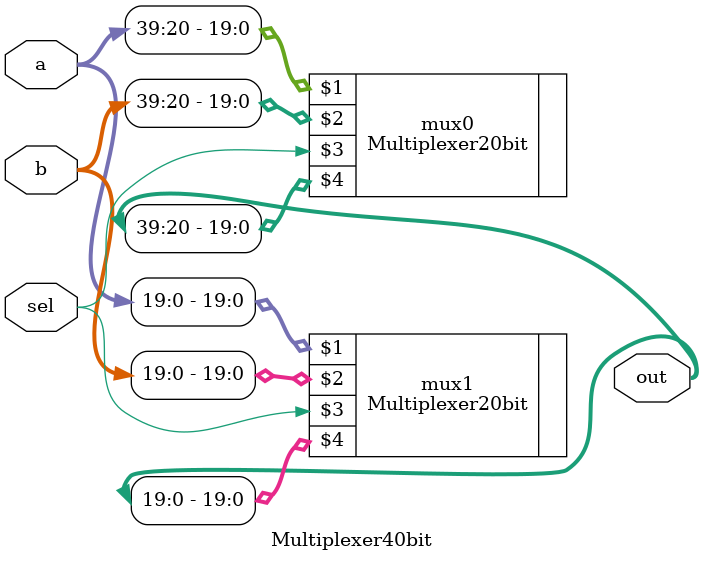
<source format=v>
module Multiplexer40bit(
	input [39:0] a,
	input [39:0] b,
	input sel,
	output [39:0] out
);

Multiplexer20bit mux0(
	a[39:20],
	b[39:20],
	sel,
	out[39:20]
);


Multiplexer20bit mux1(
	a[19:0],
	b[19:0],
	sel,
	out[19:0]
);

endmodule
</source>
